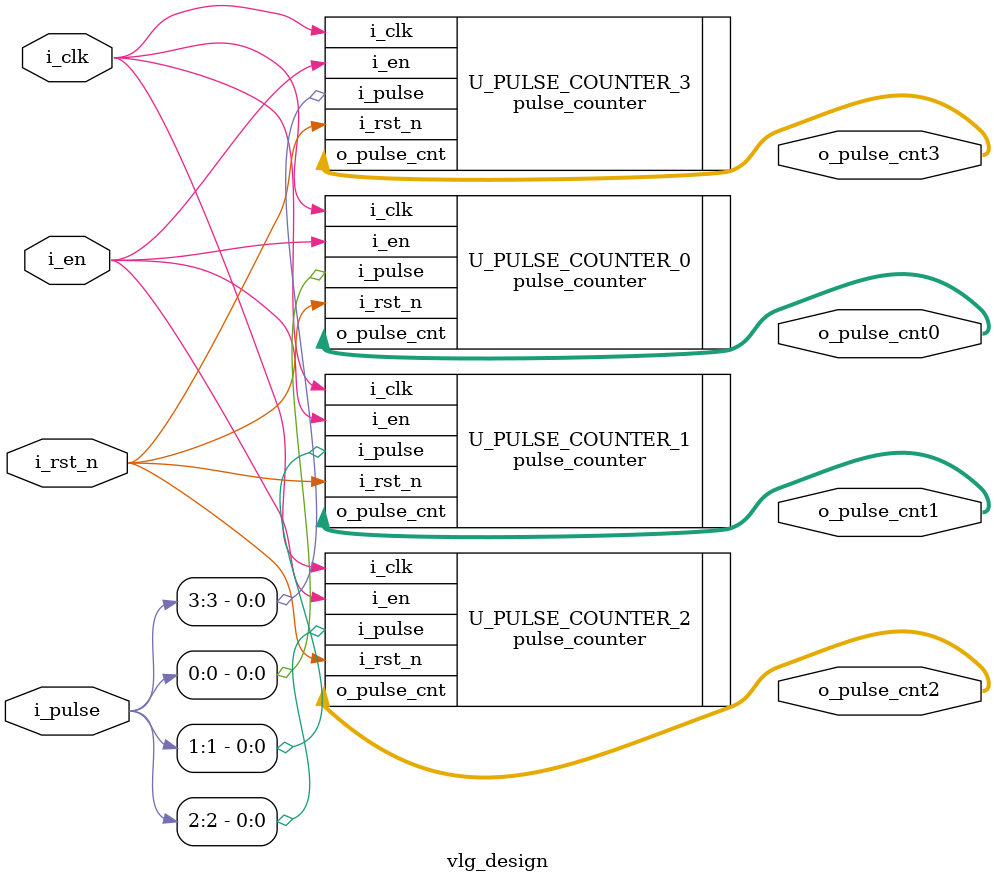
<source format=v>
`timescale 1ns/1ps
module vlg_design(
	input i_clk,
	input i_rst_n,
	input [3:0] i_pulse,
    input i_en,
	output [15:0] o_pulse_cnt0,o_pulse_cnt1,o_pulse_cnt2,o_pulse_cnt3
    );



pulse_counter U_PULSE_COUNTER_0(
    .i_clk                          ( i_clk                         ),
    .i_rst_n                        ( i_rst_n                       ),
    .i_pulse                        ( i_pulse[0]                       ),
    .i_en                           ( i_en                          ),
    .o_pulse_cnt                    ( o_pulse_cnt0                   )
);


pulse_counter U_PULSE_COUNTER_1(
    .i_clk                          ( i_clk                         ),
    .i_rst_n                        ( i_rst_n                       ),
    .i_pulse                        ( i_pulse[1]                       ),
    .i_en                           ( i_en                          ),
    .o_pulse_cnt                    ( o_pulse_cnt1                   )
);

pulse_counter U_PULSE_COUNTER_2(
    .i_clk                          ( i_clk                         ),
    .i_rst_n                        ( i_rst_n                       ),
    .i_pulse                        ( i_pulse[2]                       ),
    .i_en                           ( i_en                          ),
    .o_pulse_cnt                    ( o_pulse_cnt2                   )
);

pulse_counter U_PULSE_COUNTER_3(
    .i_clk                          ( i_clk                         ),
    .i_rst_n                        ( i_rst_n                       ),
    .i_pulse                        ( i_pulse[3]                       ),
    .i_en                           ( i_en                          ),
    .o_pulse_cnt                    ( o_pulse_cnt3                   )
);

endmodule


</source>
